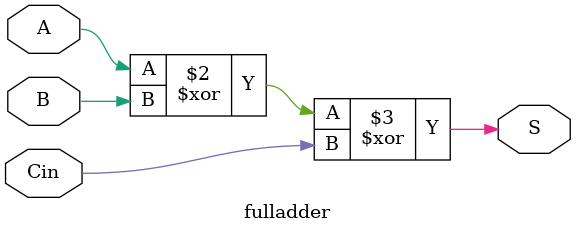
<source format=v>
`timescale 1ns / 1ps


module fulladder(
    input A,B,Cin,
    output reg S
    );
    always@* begin
    S =  A ^ B ^ Cin;
    end
endmodule

</source>
